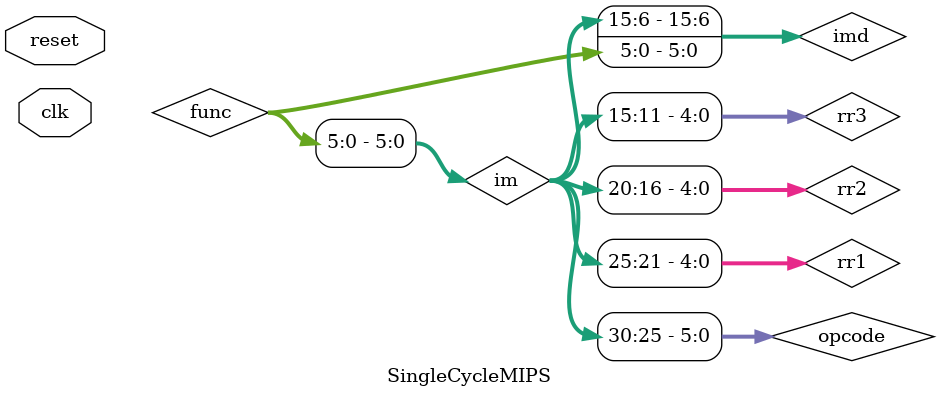
<source format=v>

module SingleCycleMIPS( input clk, reset ); 

	wire [31:0] pc, pc_in, pc_plus, pc_two, im;
	wire [31:0] data_mem, mem_out;
	wire [31:0] r1, r2, data_in;
	wire [31:0] alu_src, alu_res;
	wire zero, _pc_mux;
	
	wire [4:0] rr1 = im[25:21];
	wire [4:0] rr2 = im[20:16];
	wire [4:0] rr3 = im[15:11];
	wire [5:0] opcode = im[31:25];
	wire [5:0] func = im[5:0]; 
	wire [31:0] imd_se, shifted_imd;
  wire [15:0] imd = im[15:0];

	wire _reg_dst, _branch,
	 _mem_read, _mem_write, 
	 _mem_to_reg, _ALU_src, _reg_write;

	wire [1:0] ALUOP, ALUCTRL ;

	ControlUnit cu(
	 opcode,
	 _reg_dst, _branch,
	 _mem_read, _mem_write, 
	 _mem_to_reg, _ALU_src, _reg_write,
	 ALUOP
	);
	
	PC pc_reg(pc_in, pc, clk);
	
	ALUAdd add1(pc, 32'b100, pc_plus);
	
	InstructionMemory instm(pc, im);
	
	wire [4:0] wr;
	
	Mux5bit mux_dst(rr2, rr3, _reg_dst, wr);
	
	RegisterFile rf(rr1, rr2, wr, data_in, r1, r2, _reg_write, clk);
	
	ALUControl aluc(ALUOP, func, ALUCTRL);
	
	SE se(imd, imd_se);
	
	Mux32bit alu_mux(r2, imd_se, _ALU_src, alu_src);
	
	ALU alu(r1, alu_src, ALUCTRL, alu_res, zero);
	
	Memory mem(alu_src, r2, mem_out, _mem_read, _mem_write, clk);
	
	Mux32bit reg_mux(alu_res, mem_out, _mem_to_reg, data_in);
	
	Shift shl2(imd_se, shifted_imd);
	
	ALUAdd add2(pc_plus, shifted_imd, pc_two);
	
	AND mux_and(_branch, zero, _pc_mux);

  Mux32bit pc_mux(pc_plus, pc_two,_pc_mux ,pc_in);
	
endmodule

</source>
